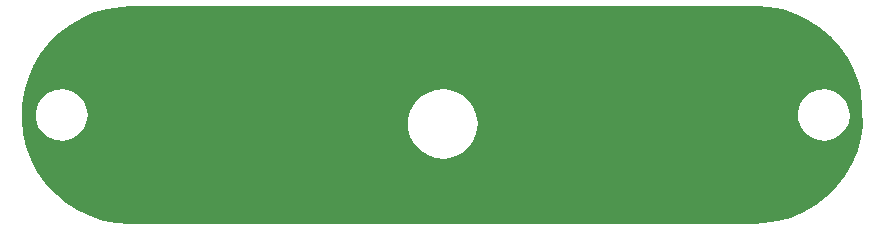
<source format=gbl>
G04 #@! TF.GenerationSoftware,KiCad,Pcbnew,5.0.2+dfsg1-1*
G04 #@! TF.CreationDate,2019-07-02T12:35:50-04:00*
G04 #@! TF.ProjectId,frontpanel,66726f6e-7470-4616-9e65-6c2e6b696361,rev?*
G04 #@! TF.SameCoordinates,Original*
G04 #@! TF.FileFunction,Copper,L2,Bot*
G04 #@! TF.FilePolarity,Positive*
%FSLAX46Y46*%
G04 Gerber Fmt 4.6, Leading zero omitted, Abs format (unit mm)*
G04 Created by KiCad (PCBNEW 5.0.2+dfsg1-1) date Tue 02 Jul 2019 12:35:50 PM EDT*
%MOMM*%
%LPD*%
G01*
G04 APERTURE LIST*
G04 #@! TA.AperFunction,NonConductor*
%ADD10C,0.254000*%
G04 #@! TD*
G04 APERTURE END LIST*
D10*
G36*
X177598396Y-81380681D02*
X178735077Y-81600600D01*
X179834579Y-81963161D01*
X180879119Y-82462501D01*
X181851736Y-83090511D01*
X182736673Y-83837018D01*
X183519580Y-84689916D01*
X184187772Y-85635386D01*
X184730409Y-86658090D01*
X185138701Y-87741461D01*
X185277720Y-88327268D01*
X185473936Y-91368617D01*
X185330665Y-92321580D01*
X185014460Y-93435314D01*
X184559305Y-94499835D01*
X183972570Y-95497905D01*
X183263775Y-96413324D01*
X182444406Y-97231265D01*
X181527758Y-97938454D01*
X180528672Y-98523444D01*
X179463347Y-98976745D01*
X178349062Y-99291005D01*
X177198681Y-99461905D01*
X176422858Y-99494422D01*
X176361957Y-99500877D01*
X176302369Y-99515018D01*
X176291803Y-99519000D01*
X123572321Y-99519000D01*
X122401604Y-99444319D01*
X121264923Y-99224400D01*
X120165416Y-98861836D01*
X119120881Y-98362499D01*
X118148265Y-97734489D01*
X117263323Y-96987978D01*
X116480416Y-96135079D01*
X115812226Y-95189611D01*
X115269591Y-94166910D01*
X114861299Y-93083539D01*
X114593976Y-91957080D01*
X114471954Y-90805780D01*
X114487414Y-90097264D01*
X115432205Y-90097264D01*
X115437637Y-90788867D01*
X115646188Y-91448299D01*
X116039419Y-92017257D01*
X116582563Y-92445437D01*
X117227599Y-92694982D01*
X117917496Y-92743830D01*
X118591258Y-92587660D01*
X119189314Y-92240281D01*
X119658789Y-91732406D01*
X119958175Y-91108938D01*
X120006203Y-90789475D01*
X146948255Y-90789475D01*
X146948255Y-91560525D01*
X147140008Y-92307351D01*
X147511464Y-92983027D01*
X148039284Y-93545099D01*
X148690303Y-93958248D01*
X149423615Y-94196516D01*
X150193144Y-94244930D01*
X150950536Y-94100450D01*
X151648203Y-93772153D01*
X152242307Y-93280667D01*
X152695519Y-92656874D01*
X152979362Y-91939970D01*
X153076000Y-91175000D01*
X152979362Y-90410030D01*
X152855529Y-90097264D01*
X179962205Y-90097264D01*
X179967637Y-90788867D01*
X180176188Y-91448299D01*
X180569419Y-92017257D01*
X181112563Y-92445437D01*
X181757599Y-92694982D01*
X182447496Y-92743830D01*
X183121258Y-92587660D01*
X183719314Y-92240281D01*
X184188789Y-91732406D01*
X184488175Y-91108938D01*
X184591000Y-90425000D01*
X184590713Y-90388465D01*
X184477157Y-89706226D01*
X184168016Y-89087538D01*
X183690622Y-88587099D01*
X183087182Y-88249157D01*
X182411051Y-88103590D01*
X181722006Y-88163268D01*
X181080970Y-88422914D01*
X180544618Y-88859573D01*
X180160372Y-89434637D01*
X179962205Y-90097264D01*
X152855529Y-90097264D01*
X152695519Y-89693126D01*
X152242307Y-89069333D01*
X151648203Y-88577847D01*
X150950536Y-88249550D01*
X150193144Y-88105070D01*
X149423615Y-88153484D01*
X148690303Y-88391752D01*
X148039284Y-88804901D01*
X147511464Y-89366973D01*
X147140008Y-90042649D01*
X146948255Y-90789475D01*
X120006203Y-90789475D01*
X120061000Y-90425000D01*
X120060713Y-90388465D01*
X119947157Y-89706226D01*
X119638016Y-89087538D01*
X119160622Y-88587099D01*
X118557182Y-88249157D01*
X117881051Y-88103590D01*
X117192006Y-88163268D01*
X116550970Y-88422914D01*
X116014618Y-88859573D01*
X115630372Y-89434637D01*
X115432205Y-90097264D01*
X114487414Y-90097264D01*
X114497211Y-89648295D01*
X114669335Y-88503420D01*
X114985539Y-87389688D01*
X115440695Y-86325165D01*
X116027424Y-85327104D01*
X116736221Y-84411680D01*
X117555589Y-83593739D01*
X118472247Y-82886542D01*
X119471328Y-82301556D01*
X120536653Y-81848255D01*
X121650936Y-81533995D01*
X122801329Y-81363094D01*
X123567073Y-81331000D01*
X176490373Y-81331000D01*
X176570314Y-81315099D01*
X177598396Y-81380681D01*
X177598396Y-81380681D01*
G37*
X177598396Y-81380681D02*
X178735077Y-81600600D01*
X179834579Y-81963161D01*
X180879119Y-82462501D01*
X181851736Y-83090511D01*
X182736673Y-83837018D01*
X183519580Y-84689916D01*
X184187772Y-85635386D01*
X184730409Y-86658090D01*
X185138701Y-87741461D01*
X185277720Y-88327268D01*
X185473936Y-91368617D01*
X185330665Y-92321580D01*
X185014460Y-93435314D01*
X184559305Y-94499835D01*
X183972570Y-95497905D01*
X183263775Y-96413324D01*
X182444406Y-97231265D01*
X181527758Y-97938454D01*
X180528672Y-98523444D01*
X179463347Y-98976745D01*
X178349062Y-99291005D01*
X177198681Y-99461905D01*
X176422858Y-99494422D01*
X176361957Y-99500877D01*
X176302369Y-99515018D01*
X176291803Y-99519000D01*
X123572321Y-99519000D01*
X122401604Y-99444319D01*
X121264923Y-99224400D01*
X120165416Y-98861836D01*
X119120881Y-98362499D01*
X118148265Y-97734489D01*
X117263323Y-96987978D01*
X116480416Y-96135079D01*
X115812226Y-95189611D01*
X115269591Y-94166910D01*
X114861299Y-93083539D01*
X114593976Y-91957080D01*
X114471954Y-90805780D01*
X114487414Y-90097264D01*
X115432205Y-90097264D01*
X115437637Y-90788867D01*
X115646188Y-91448299D01*
X116039419Y-92017257D01*
X116582563Y-92445437D01*
X117227599Y-92694982D01*
X117917496Y-92743830D01*
X118591258Y-92587660D01*
X119189314Y-92240281D01*
X119658789Y-91732406D01*
X119958175Y-91108938D01*
X120006203Y-90789475D01*
X146948255Y-90789475D01*
X146948255Y-91560525D01*
X147140008Y-92307351D01*
X147511464Y-92983027D01*
X148039284Y-93545099D01*
X148690303Y-93958248D01*
X149423615Y-94196516D01*
X150193144Y-94244930D01*
X150950536Y-94100450D01*
X151648203Y-93772153D01*
X152242307Y-93280667D01*
X152695519Y-92656874D01*
X152979362Y-91939970D01*
X153076000Y-91175000D01*
X152979362Y-90410030D01*
X152855529Y-90097264D01*
X179962205Y-90097264D01*
X179967637Y-90788867D01*
X180176188Y-91448299D01*
X180569419Y-92017257D01*
X181112563Y-92445437D01*
X181757599Y-92694982D01*
X182447496Y-92743830D01*
X183121258Y-92587660D01*
X183719314Y-92240281D01*
X184188789Y-91732406D01*
X184488175Y-91108938D01*
X184591000Y-90425000D01*
X184590713Y-90388465D01*
X184477157Y-89706226D01*
X184168016Y-89087538D01*
X183690622Y-88587099D01*
X183087182Y-88249157D01*
X182411051Y-88103590D01*
X181722006Y-88163268D01*
X181080970Y-88422914D01*
X180544618Y-88859573D01*
X180160372Y-89434637D01*
X179962205Y-90097264D01*
X152855529Y-90097264D01*
X152695519Y-89693126D01*
X152242307Y-89069333D01*
X151648203Y-88577847D01*
X150950536Y-88249550D01*
X150193144Y-88105070D01*
X149423615Y-88153484D01*
X148690303Y-88391752D01*
X148039284Y-88804901D01*
X147511464Y-89366973D01*
X147140008Y-90042649D01*
X146948255Y-90789475D01*
X120006203Y-90789475D01*
X120061000Y-90425000D01*
X120060713Y-90388465D01*
X119947157Y-89706226D01*
X119638016Y-89087538D01*
X119160622Y-88587099D01*
X118557182Y-88249157D01*
X117881051Y-88103590D01*
X117192006Y-88163268D01*
X116550970Y-88422914D01*
X116014618Y-88859573D01*
X115630372Y-89434637D01*
X115432205Y-90097264D01*
X114487414Y-90097264D01*
X114497211Y-89648295D01*
X114669335Y-88503420D01*
X114985539Y-87389688D01*
X115440695Y-86325165D01*
X116027424Y-85327104D01*
X116736221Y-84411680D01*
X117555589Y-83593739D01*
X118472247Y-82886542D01*
X119471328Y-82301556D01*
X120536653Y-81848255D01*
X121650936Y-81533995D01*
X122801329Y-81363094D01*
X123567073Y-81331000D01*
X176490373Y-81331000D01*
X176570314Y-81315099D01*
X177598396Y-81380681D01*
M02*

</source>
